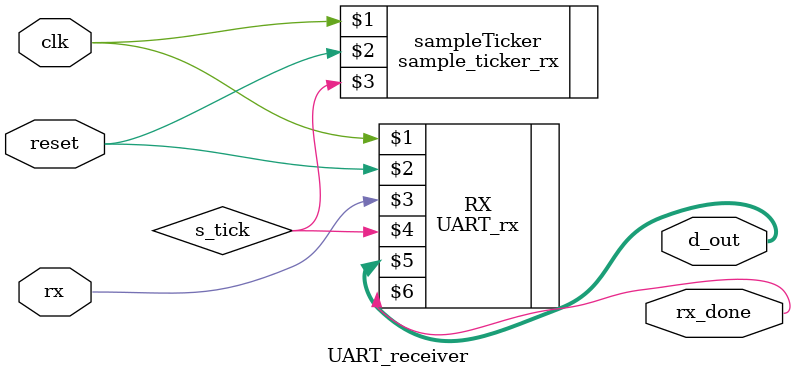
<source format=v>
module UART_receiver(
  input clk,
  input reset,
  input rx,
  output [7:0] d_out,
  output rx_done
);


sample_ticker_rx sampleTicker(clk, reset, s_tick);
UART_rx RX(clk,
           reset,
           rx,
           s_tick,
           d_out,
           rx_done);

endmodule

</source>
